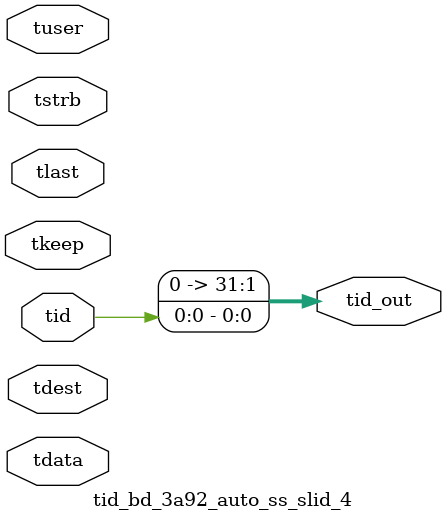
<source format=v>


`timescale 1ps/1ps

module tid_bd_3a92_auto_ss_slid_4 #
(
parameter C_S_AXIS_TID_WIDTH   = 1,
parameter C_S_AXIS_TUSER_WIDTH = 0,
parameter C_S_AXIS_TDATA_WIDTH = 0,
parameter C_S_AXIS_TDEST_WIDTH = 0,
parameter C_M_AXIS_TID_WIDTH   = 32
)
(
input  [(C_S_AXIS_TID_WIDTH   == 0 ? 1 : C_S_AXIS_TID_WIDTH)-1:0       ] tid,
input  [(C_S_AXIS_TDATA_WIDTH == 0 ? 1 : C_S_AXIS_TDATA_WIDTH)-1:0     ] tdata,
input  [(C_S_AXIS_TUSER_WIDTH == 0 ? 1 : C_S_AXIS_TUSER_WIDTH)-1:0     ] tuser,
input  [(C_S_AXIS_TDEST_WIDTH == 0 ? 1 : C_S_AXIS_TDEST_WIDTH)-1:0     ] tdest,
input  [(C_S_AXIS_TDATA_WIDTH/8)-1:0 ] tkeep,
input  [(C_S_AXIS_TDATA_WIDTH/8)-1:0 ] tstrb,
input                                                                    tlast,
output [(C_M_AXIS_TID_WIDTH   == 0 ? 1 : C_M_AXIS_TID_WIDTH)-1:0       ] tid_out
);

assign tid_out = {tid[0:0]};

endmodule


</source>
